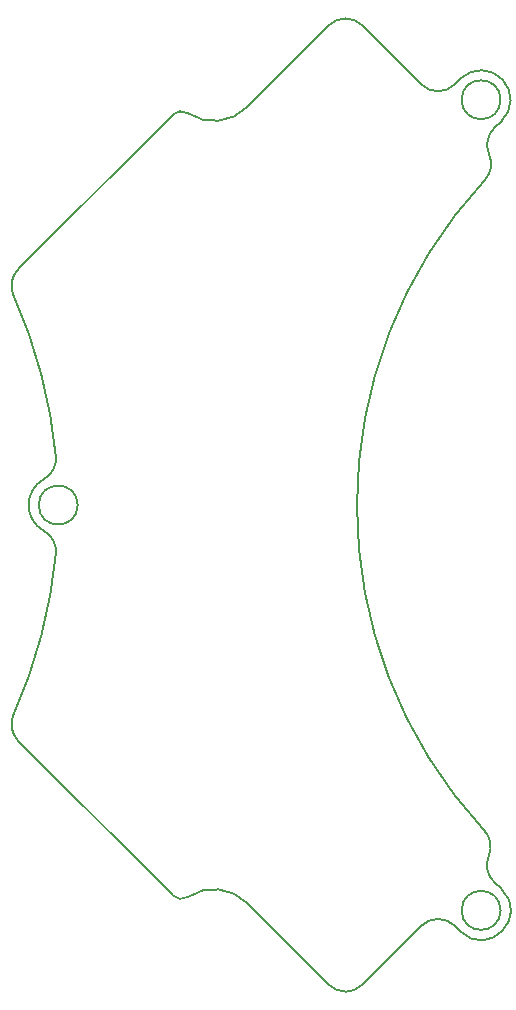
<source format=gbr>
%TF.GenerationSoftware,KiCad,Pcbnew,7.0.9*%
%TF.CreationDate,2024-12-16T14:55:58+09:00*%
%TF.ProjectId,____,fb90fa7f-2e6b-4696-9361-645f70636258,rev?*%
%TF.SameCoordinates,Original*%
%TF.FileFunction,Profile,NP*%
%FSLAX46Y46*%
G04 Gerber Fmt 4.6, Leading zero omitted, Abs format (unit mm)*
G04 Created by KiCad (PCBNEW 7.0.9) date 2024-12-16 14:55:58*
%MOMM*%
%LPD*%
G01*
G04 APERTURE LIST*
%TA.AperFunction,Profile*%
%ADD10C,0.200000*%
%TD*%
G04 APERTURE END LIST*
D10*
X138779637Y-136884529D02*
G75*
G03*
X139236191Y-139104648I1842663J-778071D01*
G01*
X125242815Y-66570640D02*
X118318825Y-73494630D01*
X139855360Y-74671810D02*
G75*
G03*
X136390586Y-71066841I-1732360J1802510D01*
G01*
X98534292Y-124930903D02*
G75*
G03*
X102122530Y-111308217I-39716092J17745203D01*
G01*
X98946105Y-127160988D02*
X112026296Y-140241180D01*
X133064801Y-71564199D02*
X128071242Y-66570640D01*
X101103434Y-105000775D02*
G75*
G03*
X101103436Y-109370706I1214796J-2184965D01*
G01*
X103968314Y-107185742D02*
G75*
G03*
X103968314Y-107185742I-1650000J0D01*
G01*
X128071242Y-147800844D02*
X133064801Y-142807285D01*
X138441970Y-79665387D02*
G75*
G03*
X138807208Y-77498989I-1465670J1361087D01*
G01*
X118318825Y-140876854D02*
X125242815Y-147800844D01*
X139251991Y-75251651D02*
X139855328Y-74671777D01*
X118318837Y-140876842D02*
G75*
G03*
X113284802Y-140368316I-2828437J-2828558D01*
G01*
X139855328Y-139699707D02*
X139236191Y-139104648D01*
X125242816Y-147800843D02*
G75*
G03*
X128071242Y-147800844I1414213J1414170D01*
G01*
X138441982Y-79665398D02*
G75*
G03*
X138404552Y-134747358I29675464J-27561158D01*
G01*
X136390586Y-143304643D02*
G75*
G03*
X139855328Y-139699707I1732324J1802513D01*
G01*
X112026296Y-74130304D02*
X98946105Y-87210496D01*
X128071241Y-66570641D02*
G75*
G03*
X125242815Y-66570640I-1414213J-1414214D01*
G01*
X102122525Y-103063268D02*
G75*
G03*
X98534295Y-89440579I-43304125J-4122432D01*
G01*
X138779667Y-136884542D02*
G75*
G03*
X138404551Y-134747359I-1842367J778142D01*
G01*
X98946100Y-87210491D02*
G75*
G03*
X98534296Y-89440579I1414200J-1414209D01*
G01*
X133064802Y-71564198D02*
G75*
G03*
X135893227Y-71564198I1414213J1414210D01*
G01*
X113284786Y-74003193D02*
G75*
G03*
X112026297Y-74130305I-551386J-834407D01*
G01*
X102122536Y-111308217D02*
G75*
G03*
X101103436Y-109370707I-1991036J189517D01*
G01*
X101103441Y-105000786D02*
G75*
G03*
X102122530Y-103063267I-971941J1747986D01*
G01*
X135893228Y-142807285D02*
G75*
G03*
X133064801Y-142807285I-1414213J-1414205D01*
G01*
X113284789Y-74003188D02*
G75*
G03*
X118318825Y-73494630I2205611J3336788D01*
G01*
X98534263Y-124930890D02*
G75*
G03*
X98946105Y-127160988I1825737J-815910D01*
G01*
X139772957Y-141502175D02*
G75*
G03*
X139772957Y-141502175I-1650000J0D01*
G01*
X112026305Y-140241171D02*
G75*
G03*
X113284801Y-140368314I707095J706971D01*
G01*
X135893228Y-142807285D02*
X136390586Y-143304643D01*
X139772957Y-72869309D02*
G75*
G03*
X139772957Y-72869309I-1650000J0D01*
G01*
X139251985Y-75251645D02*
G75*
G03*
X138807209Y-77498989I1385815J-1441955D01*
G01*
X136390586Y-71066841D02*
X135893228Y-71564199D01*
M02*

</source>
